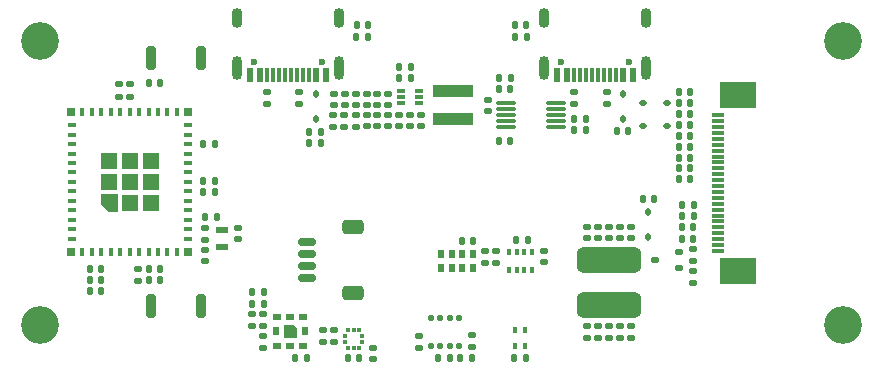
<source format=gts>
G04 #@! TF.GenerationSoftware,KiCad,Pcbnew,8.0.1*
G04 #@! TF.CreationDate,2024-05-22T20:39:37+03:00*
G04 #@! TF.ProjectId,ESP32-C3_6_pico,45535033-322d-4433-935f-365f7069636f,rev?*
G04 #@! TF.SameCoordinates,Original*
G04 #@! TF.FileFunction,Soldermask,Top*
G04 #@! TF.FilePolarity,Negative*
%FSLAX46Y46*%
G04 Gerber Fmt 4.6, Leading zero omitted, Abs format (unit mm)*
G04 Created by KiCad (PCBNEW 8.0.1) date 2024-05-22 20:39:37*
%MOMM*%
%LPD*%
G01*
G04 APERTURE LIST*
G04 Aperture macros list*
%AMRoundRect*
0 Rectangle with rounded corners*
0 $1 Rounding radius*
0 $2 $3 $4 $5 $6 $7 $8 $9 X,Y pos of 4 corners*
0 Add a 4 corners polygon primitive as box body*
4,1,4,$2,$3,$4,$5,$6,$7,$8,$9,$2,$3,0*
0 Add four circle primitives for the rounded corners*
1,1,$1+$1,$2,$3*
1,1,$1+$1,$4,$5*
1,1,$1+$1,$6,$7*
1,1,$1+$1,$8,$9*
0 Add four rect primitives between the rounded corners*
20,1,$1+$1,$2,$3,$4,$5,0*
20,1,$1+$1,$4,$5,$6,$7,0*
20,1,$1+$1,$6,$7,$8,$9,0*
20,1,$1+$1,$8,$9,$2,$3,0*%
%AMFreePoly0*
4,1,9,1.047500,0.125027,1.047500,-0.724973,-0.402500,-0.724973,-0.402500,0.724973,0.392500,0.724973,0.392500,0.725027,0.402500,0.724973,0.447500,0.725027,1.047500,0.125027,1.047500,0.125027,$1*%
G04 Aperture macros list end*
%ADD10C,0.000000*%
%ADD11RoundRect,0.140000X-0.170000X0.140000X-0.170000X-0.140000X0.170000X-0.140000X0.170000X0.140000X0*%
%ADD12RoundRect,0.135000X-0.135000X-0.185000X0.135000X-0.185000X0.135000X0.185000X-0.135000X0.185000X0*%
%ADD13RoundRect,0.135000X0.135000X0.185000X-0.135000X0.185000X-0.135000X-0.185000X0.135000X-0.185000X0*%
%ADD14RoundRect,0.140000X0.140000X0.170000X-0.140000X0.170000X-0.140000X-0.170000X0.140000X-0.170000X0*%
%ADD15RoundRect,0.135000X-0.185000X0.135000X-0.185000X-0.135000X0.185000X-0.135000X0.185000X0.135000X0*%
%ADD16RoundRect,0.200000X0.200000X0.800000X-0.200000X0.800000X-0.200000X-0.800000X0.200000X-0.800000X0*%
%ADD17RoundRect,0.085000X-0.265000X-0.085000X0.265000X-0.085000X0.265000X0.085000X-0.265000X0.085000X0*%
%ADD18RoundRect,0.135000X0.185000X-0.135000X0.185000X0.135000X-0.185000X0.135000X-0.185000X-0.135000X0*%
%ADD19RoundRect,0.112500X0.237500X-0.112500X0.237500X0.112500X-0.237500X0.112500X-0.237500X-0.112500X0*%
%ADD20RoundRect,0.140000X0.170000X-0.140000X0.170000X0.140000X-0.170000X0.140000X-0.170000X-0.140000X0*%
%ADD21RoundRect,0.112500X0.112500X-0.187500X0.112500X0.187500X-0.112500X0.187500X-0.112500X-0.187500X0*%
%ADD22C,3.200000*%
%ADD23RoundRect,0.140000X-0.140000X-0.170000X0.140000X-0.170000X0.140000X0.170000X-0.140000X0.170000X0*%
%ADD24RoundRect,0.112500X0.187500X0.112500X-0.187500X0.112500X-0.187500X-0.112500X0.187500X-0.112500X0*%
%ADD25RoundRect,0.150000X0.625000X-0.150000X0.625000X0.150000X-0.625000X0.150000X-0.625000X-0.150000X0*%
%ADD26RoundRect,0.250000X0.650000X-0.350000X0.650000X0.350000X-0.650000X0.350000X-0.650000X-0.350000X0*%
%ADD27C,0.600000*%
%ADD28R,0.600000X1.160000*%
%ADD29R,0.300000X1.160000*%
%ADD30O,0.900000X2.000000*%
%ADD31O,0.900000X1.700000*%
%ADD32R,3.400000X0.980000*%
%ADD33R,0.300000X0.500000*%
%ADD34R,0.350000X0.500000*%
%ADD35RoundRect,0.147500X0.172500X-0.147500X0.172500X0.147500X-0.172500X0.147500X-0.172500X-0.147500X0*%
%ADD36RoundRect,0.112500X-0.187500X-0.112500X0.187500X-0.112500X0.187500X0.112500X-0.187500X0.112500X0*%
%ADD37RoundRect,0.112500X-0.112500X0.187500X-0.112500X-0.187500X0.112500X-0.187500X0.112500X0.187500X0*%
%ADD38R,0.800000X0.550000*%
%ADD39R,0.550000X0.800000*%
%ADD40R,0.800000X0.800000*%
%ADD41R,0.500000X0.800000*%
%ADD42RoundRect,0.147500X-0.147500X-0.172500X0.147500X-0.172500X0.147500X0.172500X-0.147500X0.172500X0*%
%ADD43R,0.400000X0.800000*%
%ADD44R,0.800000X0.400000*%
%ADD45R,1.450000X1.450000*%
%ADD46FreePoly0,180.000000*%
%ADD47R,0.700000X0.700000*%
%ADD48RoundRect,0.537500X2.212500X-0.537500X2.212500X0.537500X-2.212500X0.537500X-2.212500X-0.537500X0*%
%ADD49RoundRect,0.087500X0.725000X0.087500X-0.725000X0.087500X-0.725000X-0.087500X0.725000X-0.087500X0*%
%ADD50R,1.100000X0.600000*%
%ADD51RoundRect,0.125000X-0.125000X-0.137500X0.125000X-0.137500X0.125000X0.137500X-0.125000X0.137500X0*%
%ADD52R,1.100000X0.300000*%
%ADD53R,3.100000X2.300000*%
%ADD54R,0.325000X0.300000*%
%ADD55R,0.300000X0.325000*%
G04 APERTURE END LIST*
D10*
G04 #@! TO.C,U11*
G36*
X137735000Y-112239998D02*
G01*
X137735001Y-112239999D01*
X137735001Y-112549999D01*
X137735000Y-113080000D01*
X137200000Y-113080000D01*
X136665000Y-113080000D01*
X136664999Y-112549999D01*
X136665000Y-112019999D01*
X137200000Y-112019999D01*
X137515001Y-112019999D01*
X137735000Y-112239998D01*
G37*
G04 #@! TD*
D11*
G04 #@! TO.C,C31*
X166039999Y-103720000D03*
X166039999Y-104680000D03*
G04 #@! TD*
D12*
G04 #@! TO.C,R5*
X138790001Y-96640000D03*
X139809999Y-96640000D03*
G04 #@! TD*
D13*
G04 #@! TO.C,R26*
X171359999Y-102800000D03*
X170340001Y-102800000D03*
G04 #@! TD*
D14*
G04 #@! TO.C,C44*
X171080000Y-92310000D03*
X170120000Y-92310000D03*
G04 #@! TD*
D15*
G04 #@! TO.C,R18*
X161250000Y-92310001D03*
X161250000Y-93329999D03*
G04 #@! TD*
D16*
G04 #@! TO.C,SW2*
X129625000Y-110425000D03*
X125425000Y-110425000D03*
G04 #@! TD*
D17*
G04 #@! TO.C,U3*
X146560000Y-92207502D03*
X146560000Y-92707501D03*
X146560000Y-93207500D03*
X148060000Y-93207500D03*
X148060000Y-92707501D03*
X148060000Y-92207502D03*
G04 #@! TD*
D18*
G04 #@! TO.C,R14*
X140825000Y-95254999D03*
X140825000Y-94235001D03*
G04 #@! TD*
D19*
G04 #@! TO.C,Q1*
X170100000Y-107150000D03*
X170100000Y-105850000D03*
X168100000Y-106500000D03*
G04 #@! TD*
D11*
G04 #@! TO.C,C19*
X143660001Y-94239999D03*
X143660001Y-95199999D03*
G04 #@! TD*
G04 #@! TO.C,C34*
X163280000Y-103720000D03*
X163280000Y-104680000D03*
G04 #@! TD*
D13*
G04 #@! TO.C,R17*
X157209999Y-87600000D03*
X156190001Y-87600000D03*
G04 #@! TD*
D20*
G04 #@! TO.C,C17*
X144580001Y-93380000D03*
X144580001Y-92420000D03*
G04 #@! TD*
D21*
G04 #@! TO.C,D8*
X165400000Y-94540000D03*
X165400000Y-92440000D03*
G04 #@! TD*
D11*
G04 #@! TO.C,C55*
X134900000Y-112970000D03*
X134900000Y-113930000D03*
G04 #@! TD*
D14*
G04 #@! TO.C,C41*
X171080000Y-95080000D03*
X170120000Y-95080000D03*
G04 #@! TD*
D13*
G04 #@! TO.C,R9*
X130839999Y-99830001D03*
X129820001Y-99830001D03*
G04 #@! TD*
D22*
G04 #@! TO.C,H4*
X184000000Y-88000000D03*
G04 #@! TD*
D23*
G04 #@! TO.C,C1*
X125220000Y-91550000D03*
X126180000Y-91550000D03*
G04 #@! TD*
D14*
G04 #@! TO.C,C7*
X121200000Y-109140000D03*
X120240000Y-109140000D03*
G04 #@! TD*
D24*
G04 #@! TO.C,D5*
X169125000Y-95125000D03*
X167025000Y-95125000D03*
G04 #@! TD*
D11*
G04 #@! TO.C,C22*
X146420000Y-94239999D03*
X146420000Y-95199999D03*
G04 #@! TD*
G04 #@! TO.C,C29*
X162360001Y-112120000D03*
X162360001Y-113080000D03*
G04 #@! TD*
G04 #@! TO.C,C26*
X165120000Y-112120000D03*
X165120000Y-113080000D03*
G04 #@! TD*
D14*
G04 #@! TO.C,C40*
X171080000Y-96000000D03*
X170120000Y-96000000D03*
G04 #@! TD*
D12*
G04 #@! TO.C,R13*
X146380000Y-91130000D03*
X147400000Y-91130000D03*
G04 #@! TD*
D18*
G04 #@! TO.C,R10*
X130000000Y-104809999D03*
X130000000Y-103790001D03*
G04 #@! TD*
D25*
G04 #@! TO.C,J2*
X138600000Y-108000000D03*
X138600000Y-107000000D03*
X138600000Y-106000000D03*
X138600000Y-105000000D03*
D26*
X142475000Y-109300000D03*
X142475000Y-103700000D03*
G04 #@! TD*
D27*
G04 #@! TO.C,U5*
X165890001Y-89750000D03*
X160110001Y-89750000D03*
D28*
X166200001Y-90810000D03*
X165400001Y-90810000D03*
D29*
X164250000Y-90810000D03*
X163250001Y-90810000D03*
X162750001Y-90810000D03*
X161750002Y-90810000D03*
D28*
X160600001Y-90810000D03*
X159800001Y-90810000D03*
X159800001Y-90810000D03*
X160600001Y-90810000D03*
D29*
X161250001Y-90810000D03*
X162250001Y-90810000D03*
X163750001Y-90810000D03*
X164750001Y-90810000D03*
D28*
X165400001Y-90810000D03*
X166200001Y-90810000D03*
D30*
X167320001Y-90230000D03*
D31*
X167320001Y-86060000D03*
D30*
X158680001Y-90230000D03*
D31*
X158680001Y-86060000D03*
G04 #@! TD*
D14*
G04 #@! TO.C,C43*
X171080000Y-93240001D03*
X170120000Y-93240001D03*
G04 #@! TD*
D22*
G04 #@! TO.C,H1*
X116000000Y-88000000D03*
G04 #@! TD*
D11*
G04 #@! TO.C,C20*
X148260000Y-94240000D03*
X148260000Y-95200000D03*
G04 #@! TD*
D32*
G04 #@! TO.C,L1*
X150980000Y-92184999D03*
X150980000Y-94555001D03*
G04 #@! TD*
D15*
G04 #@! TO.C,R29*
X139925000Y-112415001D03*
X139925000Y-113434999D03*
G04 #@! TD*
D23*
G04 #@! TO.C,C57*
X151720000Y-104900000D03*
X152680000Y-104900000D03*
G04 #@! TD*
D15*
G04 #@! TO.C,R31*
X133950000Y-111090001D03*
X133950000Y-112109999D03*
G04 #@! TD*
D11*
G04 #@! TO.C,C54*
X144225000Y-113920000D03*
X144225000Y-114880000D03*
G04 #@! TD*
D20*
G04 #@! TO.C,C4*
X140900000Y-93380000D03*
X140900000Y-92420000D03*
G04 #@! TD*
D14*
G04 #@! TO.C,C5*
X165800000Y-95550000D03*
X164840000Y-95550000D03*
G04 #@! TD*
D11*
G04 #@! TO.C,C28*
X163280000Y-112120000D03*
X163280000Y-113080000D03*
G04 #@! TD*
D14*
G04 #@! TO.C,C35*
X171330000Y-104700000D03*
X170370000Y-104700000D03*
G04 #@! TD*
D33*
G04 #@! TO.C,U7*
X157050000Y-112400000D03*
X156250000Y-112400000D03*
X156250000Y-113800000D03*
X157050000Y-113800000D03*
G04 #@! TD*
D13*
G04 #@! TO.C,R6*
X130859999Y-96700000D03*
X129840001Y-96700000D03*
G04 #@! TD*
D34*
G04 #@! TO.C,U8*
X157650001Y-107400000D03*
X157000000Y-107400000D03*
X156350000Y-107400000D03*
X155699999Y-107400000D03*
X155699999Y-105800000D03*
X156350000Y-105800000D03*
X157000000Y-105800000D03*
X157650001Y-105800000D03*
G04 #@! TD*
D35*
G04 #@! TO.C,FB1*
X142725000Y-95230000D03*
X142725000Y-94260000D03*
G04 #@! TD*
D14*
G04 #@! TO.C,C37*
X171080000Y-98760000D03*
X170120000Y-98760000D03*
G04 #@! TD*
D20*
G04 #@! TO.C,C18*
X145500000Y-93380000D03*
X145500000Y-92420000D03*
G04 #@! TD*
D36*
G04 #@! TO.C,D6*
X167025000Y-93225000D03*
X169125000Y-93225000D03*
G04 #@! TD*
D12*
G04 #@! TO.C,R35*
X133915001Y-110200000D03*
X134934999Y-110200000D03*
G04 #@! TD*
D23*
G04 #@! TO.C,C49*
X156170000Y-114800001D03*
X157130000Y-114800001D03*
G04 #@! TD*
D15*
G04 #@! TO.C,R33*
X154625000Y-105740001D03*
X154625000Y-106759999D03*
G04 #@! TD*
D14*
G04 #@! TO.C,C6*
X121200000Y-108220000D03*
X120240000Y-108220000D03*
G04 #@! TD*
D11*
G04 #@! TO.C,C13*
X132735000Y-103810000D03*
X132735000Y-104770000D03*
G04 #@! TD*
D15*
G04 #@! TO.C,R30*
X134900000Y-111090001D03*
X134900000Y-112109999D03*
G04 #@! TD*
G04 #@! TO.C,R15*
X171300000Y-107450001D03*
X171300000Y-108469999D03*
G04 #@! TD*
D37*
G04 #@! TO.C,D7*
X167500000Y-102450000D03*
X167500000Y-104550000D03*
G04 #@! TD*
D11*
G04 #@! TO.C,C32*
X165120000Y-103720000D03*
X165120000Y-104680000D03*
G04 #@! TD*
D14*
G04 #@! TO.C,C53*
X143030000Y-114850000D03*
X142070000Y-114850000D03*
G04 #@! TD*
D38*
G04 #@! TO.C,U11*
X138300000Y-111325000D03*
X137200000Y-111325000D03*
X136100000Y-111325000D03*
D39*
X135975000Y-112550000D03*
D38*
X136100000Y-113775000D03*
X137200000Y-113775000D03*
X138300000Y-113775000D03*
D39*
X138425000Y-112550000D03*
D40*
X137200000Y-112550000D03*
G04 #@! TD*
D23*
G04 #@! TO.C,C8*
X125220000Y-107300000D03*
X126180000Y-107300000D03*
G04 #@! TD*
D20*
G04 #@! TO.C,C14*
X141820000Y-93380000D03*
X141820000Y-92420000D03*
G04 #@! TD*
D15*
G04 #@! TO.C,R3*
X137975000Y-92315001D03*
X137975000Y-93334999D03*
G04 #@! TD*
D14*
G04 #@! TO.C,C11*
X121200000Y-107300000D03*
X120240000Y-107300000D03*
G04 #@! TD*
D41*
G04 #@! TO.C,U2*
X149950000Y-107200000D03*
X150850000Y-107200000D03*
X151750000Y-107200000D03*
X152650000Y-107200000D03*
X152650000Y-106000000D03*
X151750000Y-106000000D03*
X150850000Y-106000000D03*
X149950000Y-106000000D03*
G04 #@! TD*
D14*
G04 #@! TO.C,C39*
X171080000Y-96920000D03*
X170120000Y-96920000D03*
G04 #@! TD*
D11*
G04 #@! TO.C,C27*
X164200000Y-112120000D03*
X164200000Y-113080000D03*
G04 #@! TD*
G04 #@! TO.C,C24*
X144580000Y-94240000D03*
X144580000Y-95200000D03*
G04 #@! TD*
D21*
G04 #@! TO.C,D2*
X139400000Y-94550000D03*
X139400000Y-92450000D03*
G04 #@! TD*
D14*
G04 #@! TO.C,C56*
X138580000Y-114850000D03*
X137620000Y-114850000D03*
G04 #@! TD*
D15*
G04 #@! TO.C,R19*
X163980000Y-92310001D03*
X163980000Y-93329999D03*
G04 #@! TD*
D42*
G04 #@! TO.C,D3*
X138815000Y-95700000D03*
X139785000Y-95700000D03*
G04 #@! TD*
D20*
G04 #@! TO.C,C16*
X143660000Y-93380000D03*
X143660000Y-92420000D03*
G04 #@! TD*
D13*
G04 #@! TO.C,R8*
X130839999Y-100770000D03*
X129820001Y-100770000D03*
G04 #@! TD*
D12*
G04 #@! TO.C,R22*
X154830000Y-91100000D03*
X155850000Y-91100000D03*
G04 #@! TD*
D23*
G04 #@! TO.C,C47*
X156345000Y-104825000D03*
X157305000Y-104825000D03*
G04 #@! TD*
D13*
G04 #@! TO.C,R1*
X152597499Y-114827500D03*
X151577501Y-114827500D03*
G04 #@! TD*
D14*
G04 #@! TO.C,C52*
X150697500Y-114817500D03*
X149737500Y-114817500D03*
G04 #@! TD*
D15*
G04 #@! TO.C,R4*
X135250000Y-92315001D03*
X135250000Y-93334999D03*
G04 #@! TD*
D43*
G04 #@! TO.C,U1*
X119600000Y-105800000D03*
X120400000Y-105800000D03*
X121200000Y-105800000D03*
X122000000Y-105800000D03*
X122800001Y-105800000D03*
X123600000Y-105800000D03*
X124399999Y-105800000D03*
X125200000Y-105800000D03*
X126000000Y-105800000D03*
X126800000Y-105800000D03*
X127600000Y-105800000D03*
D44*
X128500000Y-104700000D03*
X128500000Y-103900000D03*
X128500000Y-103100000D03*
X128500000Y-102300000D03*
X128500000Y-101500000D03*
X128500000Y-100700000D03*
X128500000Y-99900000D03*
X128500000Y-99100000D03*
X128500000Y-98300000D03*
X128500000Y-97500000D03*
X128500000Y-96700000D03*
X128500000Y-95900000D03*
X128500000Y-95100000D03*
D43*
X127600000Y-94000000D03*
X126800000Y-94000000D03*
X126000000Y-94000000D03*
X125200000Y-94000000D03*
X124399999Y-94000000D03*
X123600000Y-94000000D03*
X122800001Y-94000000D03*
X122000000Y-94000000D03*
X121200000Y-94000000D03*
X120400000Y-94000000D03*
X119600000Y-94000000D03*
D44*
X118700000Y-95100000D03*
X118700000Y-95900000D03*
X118700000Y-96700000D03*
X118700000Y-97500000D03*
X118700000Y-98300000D03*
X118700000Y-99100000D03*
X118700000Y-99900000D03*
X118700000Y-100700000D03*
X118700000Y-101500000D03*
X118700000Y-102300000D03*
X118700000Y-103100000D03*
X118700000Y-103900000D03*
X118700000Y-104700000D03*
D45*
X123600000Y-101675001D03*
X125375000Y-101675000D03*
D46*
X122147500Y-101674973D03*
D45*
X121824999Y-99900000D03*
X123600000Y-99900000D03*
X125375001Y-99900000D03*
X121825000Y-98125000D03*
X125375000Y-98125000D03*
X123600000Y-98124999D03*
D47*
X118650000Y-93950000D03*
X128550000Y-93950000D03*
X128550000Y-105850000D03*
X118650000Y-105850000D03*
G04 #@! TD*
D48*
G04 #@! TO.C,L2*
X164200000Y-110325001D03*
X164200000Y-106474999D03*
G04 #@! TD*
D49*
G04 #@! TO.C,U6*
X159712500Y-95259999D03*
X159712500Y-94759998D03*
X159712500Y-94259999D03*
X159712500Y-93760000D03*
X159712500Y-93259999D03*
X155487500Y-93259999D03*
X155487500Y-93760000D03*
X155487500Y-94259999D03*
X155487500Y-94759998D03*
X155487500Y-95259999D03*
G04 #@! TD*
D50*
G04 #@! TO.C,Y1*
X131375000Y-105375000D03*
X131375000Y-103975000D03*
G04 #@! TD*
D23*
G04 #@! TO.C,C48*
X154870000Y-96475000D03*
X155830000Y-96475000D03*
G04 #@! TD*
D13*
G04 #@! TO.C,R12*
X147399999Y-90190000D03*
X146380001Y-90190000D03*
G04 #@! TD*
D18*
G04 #@! TO.C,R23*
X123660000Y-92669999D03*
X123660000Y-91650001D03*
G04 #@! TD*
D20*
G04 #@! TO.C,C15*
X142740000Y-93380000D03*
X142740000Y-92420000D03*
G04 #@! TD*
D51*
G04 #@! TO.C,U12*
X149100000Y-111412500D03*
X149900000Y-111412500D03*
X150700000Y-111412500D03*
X151500000Y-111412500D03*
X151500000Y-113787500D03*
X150700000Y-113787500D03*
X149900000Y-113787500D03*
X149100000Y-113787500D03*
G04 #@! TD*
D18*
G04 #@! TO.C,R27*
X152547500Y-113917499D03*
X152547500Y-112897501D03*
G04 #@! TD*
D11*
G04 #@! TO.C,C21*
X147339999Y-94240000D03*
X147339999Y-95200000D03*
G04 #@! TD*
D35*
G04 #@! TO.C,D4*
X141775000Y-95230000D03*
X141775000Y-94260000D03*
G04 #@! TD*
D14*
G04 #@! TO.C,C36*
X171330000Y-103750000D03*
X170370000Y-103750000D03*
G04 #@! TD*
D52*
G04 #@! TO.C,U4*
X173425000Y-105750000D03*
X173425000Y-105250000D03*
X173425000Y-104750000D03*
X173425000Y-104250000D03*
X173425000Y-103750000D03*
X173425000Y-103250000D03*
X173425000Y-102750000D03*
X173425000Y-102250000D03*
X173425000Y-101750000D03*
X173425000Y-101250000D03*
X173425000Y-100750000D03*
X173425000Y-100250000D03*
X173425000Y-99750000D03*
X173425000Y-99250000D03*
X173425000Y-98750000D03*
X173425000Y-98250000D03*
X173425000Y-97750000D03*
X173425000Y-97250000D03*
X173425000Y-96750000D03*
X173425000Y-96250000D03*
X173425000Y-95750000D03*
X173425000Y-95250000D03*
X173425000Y-94750000D03*
X173425000Y-94250000D03*
D53*
X175125000Y-107420000D03*
X175125000Y-92580000D03*
G04 #@! TD*
D12*
G04 #@! TO.C,R34*
X133915001Y-109250000D03*
X134934999Y-109250000D03*
G04 #@! TD*
D42*
G04 #@! TO.C,D9*
X154855000Y-92040000D03*
X155825000Y-92040000D03*
G04 #@! TD*
D23*
G04 #@! TO.C,C10*
X167020000Y-101375000D03*
X167980000Y-101375000D03*
G04 #@! TD*
D14*
G04 #@! TO.C,C42*
X171080000Y-94160000D03*
X170120000Y-94160000D03*
G04 #@! TD*
D22*
G04 #@! TO.C,H3*
X184000000Y-112000000D03*
G04 #@! TD*
D16*
G04 #@! TO.C,SW1*
X129625000Y-89375000D03*
X125425000Y-89375000D03*
G04 #@! TD*
D11*
G04 #@! TO.C,C23*
X145500000Y-94240000D03*
X145500000Y-95200000D03*
G04 #@! TD*
D20*
G04 #@! TO.C,C51*
X148067500Y-113922500D03*
X148067500Y-112962500D03*
G04 #@! TD*
D12*
G04 #@! TO.C,R2*
X142790000Y-87600000D03*
X143810000Y-87600000D03*
G04 #@! TD*
D13*
G04 #@! TO.C,R11*
X130984999Y-102900000D03*
X129965001Y-102900000D03*
G04 #@! TD*
D15*
G04 #@! TO.C,R32*
X153675000Y-105740001D03*
X153675000Y-106759999D03*
G04 #@! TD*
D20*
G04 #@! TO.C,C50*
X153950000Y-93905000D03*
X153950000Y-92945000D03*
G04 #@! TD*
D11*
G04 #@! TO.C,C25*
X166039999Y-112120000D03*
X166039999Y-113080000D03*
G04 #@! TD*
D13*
G04 #@! TO.C,R21*
X162219999Y-95539999D03*
X161200001Y-95539999D03*
G04 #@! TD*
D14*
G04 #@! TO.C,C45*
X157180000Y-86600000D03*
X156220000Y-86600000D03*
G04 #@! TD*
D11*
G04 #@! TO.C,C46*
X158700000Y-105745000D03*
X158700000Y-106705000D03*
G04 #@! TD*
D54*
G04 #@! TO.C,U10*
X143300000Y-113425000D03*
X143300000Y-112925000D03*
D55*
X143050000Y-112400000D03*
X142550000Y-112400000D03*
X142050000Y-112400000D03*
D54*
X141800000Y-112925000D03*
X141800000Y-113425000D03*
D55*
X142050000Y-113950000D03*
X142550000Y-113950000D03*
X143050000Y-113950000D03*
G04 #@! TD*
D23*
G04 #@! TO.C,C2*
X125220000Y-108220000D03*
X126180000Y-108220000D03*
G04 #@! TD*
D11*
G04 #@! TO.C,C12*
X130015000Y-105660000D03*
X130015000Y-106620000D03*
G04 #@! TD*
D23*
G04 #@! TO.C,C3*
X142820000Y-86600000D03*
X143780000Y-86600000D03*
G04 #@! TD*
D14*
G04 #@! TO.C,C38*
X171080000Y-97840000D03*
X170120000Y-97840000D03*
G04 #@! TD*
D11*
G04 #@! TO.C,C30*
X162360001Y-103720000D03*
X162360001Y-104680000D03*
G04 #@! TD*
D15*
G04 #@! TO.C,R28*
X140874999Y-112415001D03*
X140874999Y-113434999D03*
G04 #@! TD*
D13*
G04 #@! TO.C,R20*
X162219999Y-94600000D03*
X161200001Y-94600000D03*
G04 #@! TD*
D18*
G04 #@! TO.C,R24*
X122720000Y-92669999D03*
X122720000Y-91650001D03*
G04 #@! TD*
D22*
G04 #@! TO.C,H2*
X116000000Y-112000000D03*
G04 #@! TD*
D11*
G04 #@! TO.C,C33*
X164200000Y-103720000D03*
X164200000Y-104680000D03*
G04 #@! TD*
D14*
G04 #@! TO.C,C9*
X171080000Y-99680000D03*
X170120000Y-99680000D03*
G04 #@! TD*
D27*
G04 #@! TO.C,J1*
X139890000Y-89750000D03*
X134110000Y-89750000D03*
D28*
X140200000Y-90810000D03*
X139400000Y-90810000D03*
D29*
X138249999Y-90810000D03*
X137250000Y-90810000D03*
X136750000Y-90810000D03*
X135750001Y-90810000D03*
D28*
X134600000Y-90810000D03*
X133800000Y-90810000D03*
X133800000Y-90810000D03*
X134600000Y-90810000D03*
D29*
X135250000Y-90810000D03*
X136250000Y-90810000D03*
X137750000Y-90810000D03*
X138750000Y-90810000D03*
D28*
X139400000Y-90810000D03*
X140200000Y-90810000D03*
D30*
X141320000Y-90230000D03*
D31*
X141320000Y-86060000D03*
D30*
X132680000Y-90230000D03*
D31*
X132680000Y-86060000D03*
G04 #@! TD*
D15*
G04 #@! TO.C,R16*
X171300000Y-105590001D03*
X171300000Y-106609999D03*
G04 #@! TD*
D18*
G04 #@! TO.C,R7*
X124320000Y-108279999D03*
X124320000Y-107260001D03*
G04 #@! TD*
D12*
G04 #@! TO.C,R25*
X170340000Y-101860000D03*
X171360000Y-101860000D03*
G04 #@! TD*
M02*

</source>
